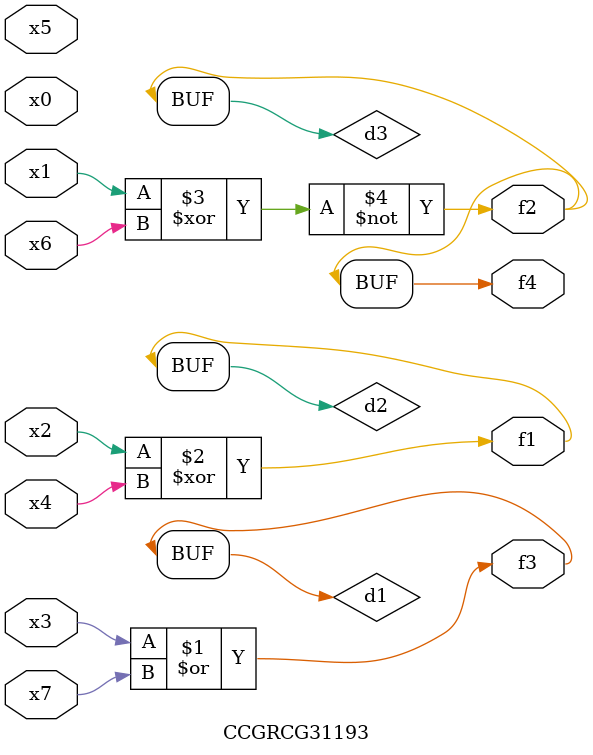
<source format=v>
module CCGRCG31193(
	input x0, x1, x2, x3, x4, x5, x6, x7,
	output f1, f2, f3, f4
);

	wire d1, d2, d3;

	or (d1, x3, x7);
	xor (d2, x2, x4);
	xnor (d3, x1, x6);
	assign f1 = d2;
	assign f2 = d3;
	assign f3 = d1;
	assign f4 = d3;
endmodule

</source>
